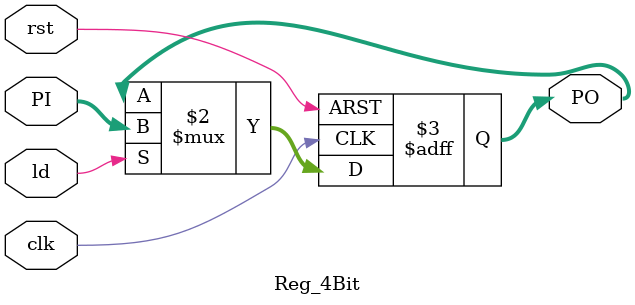
<source format=sv>
module Reg_4Bit(input clk,rst, ld, input [3:0] PI, output logic [3:0] PO);

    always @(posedge clk, posedge rst) begin
        if(rst)
            PO <= 0;
        else
           PO <= (ld) ? PI: PO;
    end

endmodule

</source>
